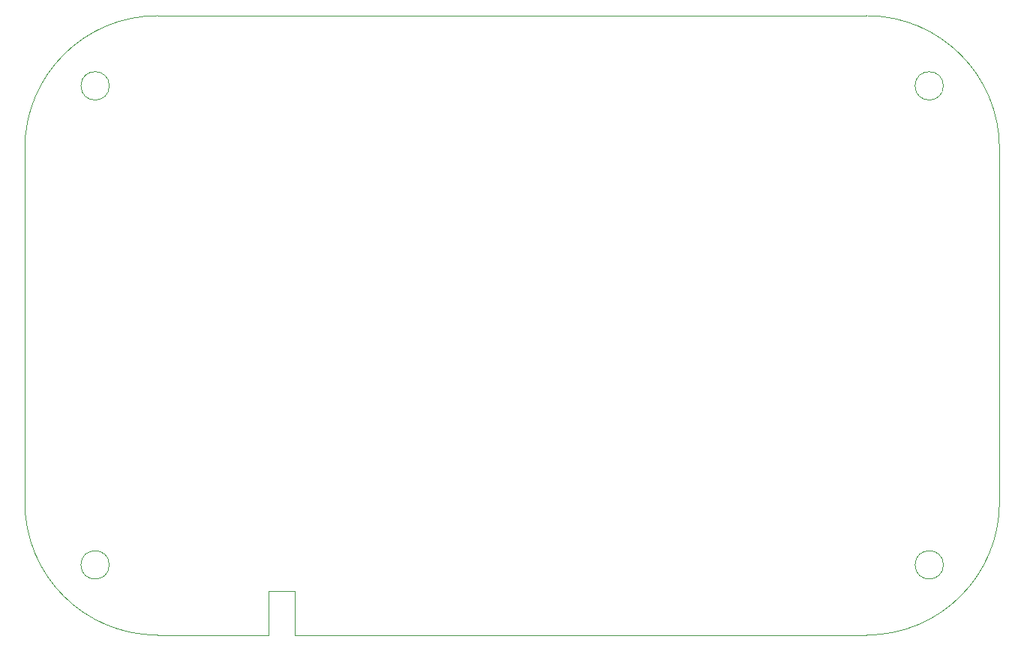
<source format=gbr>
%TF.GenerationSoftware,KiCad,Pcbnew,7.0.9*%
%TF.CreationDate,2024-02-04T13:50:24-08:00*%
%TF.ProjectId,Sensing Device,53656e73-696e-4672-9044-65766963652e,rev?*%
%TF.SameCoordinates,Original*%
%TF.FileFunction,Profile,NP*%
%FSLAX46Y46*%
G04 Gerber Fmt 4.6, Leading zero omitted, Abs format (unit mm)*
G04 Created by KiCad (PCBNEW 7.0.9) date 2024-02-04 13:50:24*
%MOMM*%
%LPD*%
G01*
G04 APERTURE LIST*
%TA.AperFunction,Profile*%
%ADD10C,0.100000*%
%TD*%
G04 APERTURE END LIST*
D10*
X158670000Y-97070000D02*
G75*
G03*
X158670000Y-97070000I-1600000J0D01*
G01*
X158670000Y-42930000D02*
G75*
G03*
X158670000Y-42930000I-1600000J0D01*
G01*
X64530000Y-97070000D02*
G75*
G03*
X64530000Y-97070000I-1600000J0D01*
G01*
X64530000Y-42930000D02*
G75*
G03*
X64530000Y-42930000I-1600000J0D01*
G01*
X70000000Y-35000000D02*
X150000000Y-35000000D01*
X150000000Y-105000000D02*
G75*
G03*
X165000000Y-90000000I0J15000000D01*
G01*
X82500000Y-100000000D02*
X85500000Y-100000000D01*
X55000000Y-90000000D02*
X55000000Y-50000000D01*
X165000000Y-50000000D02*
X165000000Y-90000000D01*
X82500000Y-105000000D02*
X70000000Y-105000000D01*
X55000000Y-90000000D02*
G75*
G03*
X70000000Y-105000000I15000000J0D01*
G01*
X85500000Y-100000000D02*
X85500000Y-105000000D01*
X82500000Y-105000000D02*
X82500000Y-100000000D01*
X165000000Y-50000000D02*
G75*
G03*
X150000000Y-35000000I-15000000J0D01*
G01*
X70000000Y-35000000D02*
G75*
G03*
X55000000Y-50000000I0J-15000000D01*
G01*
X85500000Y-105000000D02*
X150000000Y-105000000D01*
M02*

</source>
